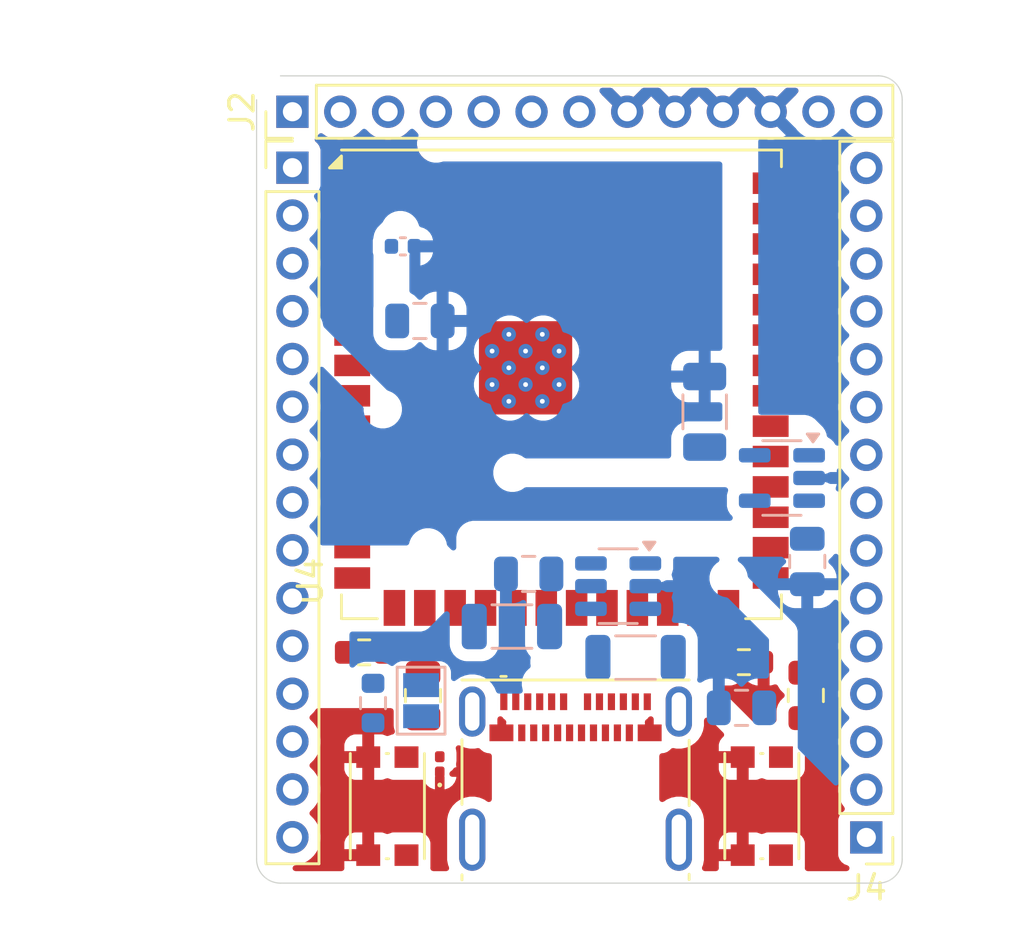
<source format=kicad_pcb>
(kicad_pcb (version 20241229) (generator "pcbnew") (generator_version "9.0")
  (layers (0 "F.Cu" signal) (2 "B.Cu" signal) (13 "F.Paste" user) (15 "B.Paste" user) (5 "F.SilkS" user "F.Silkscreen") (7 "B.SilkS" user "B.Silkscreen") (1 "F.Mask" user) (3 "B.Mask" user) (25 "Edge.Cuts" user))
  (net 0 "")
  (net 1 "+5V")
  (net 2 "GND")
  (net 3 "/en")
  (net 4 "/boot")
  (net 5 "VBUS")
  (net 6 "Net-(J1-SHIELD)")
  (net 7 "+3V3")
  (net 10 "Net-(D2-A)")
  (net 11 "/D-")
  (net 13 "Net-(J1-CC1)")
  (net 14 "/D+")
  (net 15 "Net-(J1-CC2)")
  (net 18 "/GPIO6")
  (net 19 "/GPIO13")
  (net 20 "/GPIO8")
  (net 21 "/GPIO7")
  (net 22 "/GPIO15")
  (net 23 "/GPIO0")
  (net 24 "/GPIO4")
  (net 25 "/GPIO9")
  (net 26 "/GPIO3")
  (net 27 "/GPIO2")
  (net 28 "/GPIO5")
  (net 29 "/GPIO1")
  (net 30 "/GPIO11")
  (net 31 "/GPIO12")
  (net 32 "/GPIO14")
  (net 33 "/GPIO16")
  (net 34 "/GPIO28")
  (net 35 "/GPIO24")
  (net 36 "/GPIO20")
  (net 37 "/GPIO26")
  (net 38 "/GPIO29")
  (net 39 "/GPIO27")
  (net 40 "/GPIO30")
  (net 41 "/GPIO25")
  (net 42 "/GPIO18")
  (net 43 "/GPIO17")
  (net 44 "/GPIO22")
  (net 45 "/GPIO23")
  (net 46 "/GPIO19")
  (net 47 "/GPIO21")
  (net 48 "Net-(JP1-A)")
  (net 49 "/USB_D-")
  (net 50 "/USB_D+")
  (footprint "Capacitor_SMD:C_0805_2012Metric" (layer "F.Cu") (at 95.69 46.18 90)
    (property "Reference" "C2" (hide yes))
    (property "Value" "0.1u" (hide yes))
    (fp_line (start -0.261253 -0.735) (end 0.261253 -0.735) (stroke (width 0.12)) (layer "F.SilkS"))
    (fp_line (start -0.261253 0.735) (end 0.261253 0.735) (stroke (width 0.12)) (layer "F.SilkS"))
    (pad "1" smd roundrect (at -0.949999 0 90) (size 1 1.45) (layers "F.Cu" "F.Mask" "F.Paste") (net 3 "/en"))
    (pad "2" smd roundrect (at 0.949999 0 90) (size 1 1.45) (layers "F.Cu" "F.Mask" "F.Paste") (net 2 "GND"))
  )
  (footprint "Button_Switch_SMD:SW_Push_1P1T_NO_CK_KMR2" (layer "F.Cu") (at 93.85 50.81 90)
    (property "Reference" "SW1" (hide yes))
    (property "Value" "SW_Push" (hide yes))
    (fp_line (start 2.199999 -1.55) (end -2.199999 -1.55) (stroke (width 0.12)) (layer "F.SilkS"))
    (fp_line (start 2.2 0.05) (end 2.2 -0.05) (stroke (width 0.12)) (layer "F.SilkS"))
    (fp_line (start -2.2 0.05) (end -2.2 -0.05) (stroke (width 0.12)) (layer "F.SilkS"))
    (fp_line (start -2.199999 1.55) (end 2.199999 1.55) (stroke (width 0.12)) (layer "F.SilkS"))
    (pad "1" smd rect (at -2.049999 -0.8 90) (size 0.9 1) (layers "F.Cu" "F.Mask" "F.Paste") (net 2 "GND"))
    (pad "1" smd rect (at 2.049999 -0.8 90) (size 0.9 1) (layers "F.Cu" "F.Mask" "F.Paste") (net 2 "GND"))
    (pad "2" smd rect (at -2.049999 0.8 90) (size 0.9 1) (layers "F.Cu" "F.Mask" "F.Paste") (net 3 "/en"))
    (pad "2" smd rect (at 2.049999 0.8 90) (size 0.9 1) (layers "F.Cu" "F.Mask" "F.Paste") (net 3 "/en"))
  )
  (footprint "Resistor_SMD:R_0603_1608Metric" (layer "F.Cu") (at 93.1 44.79)
    (property "Reference" "R2" (hide yes))
    (property "Value" "5.1k" (hide yes))
    (fp_line (start -0.237258 -0.5225) (end 0.237258 -0.5225) (stroke (width 0.12)) (layer "F.SilkS"))
    (fp_line (start -0.237258 0.5225) (end 0.237258 0.5225) (stroke (width 0.12)) (layer "F.SilkS"))
    (pad "1" smd roundrect (at -0.825 0) (size 0.8 0.95) (layers "F.Cu" "F.Mask" "F.Paste") (net 15 "Net-(J1-CC2)"))
    (pad "2" smd roundrect (at 0.825 0) (size 0.8 0.95) (layers "F.Cu" "F.Mask" "F.Paste") (net 2 "GND"))
  )
  (footprint "Capacitor_SMD:C_0805_2012Metric" (layer "F.Cu") (at 79.68 46.190001 90)
    (property "Reference" "C3" (hide yes))
    (property "Value" "0.1u" (hide yes))
    (fp_line (start -0.261253 -0.735) (end 0.261253 -0.735) (stroke (width 0.12)) (layer "F.SilkS"))
    (fp_line (start -0.261253 0.735) (end 0.261253 0.735) (stroke (width 0.12)) (layer "F.SilkS"))
    (pad "1" smd roundrect (at -0.949999 0 90) (size 1 1.45) (layers "F.Cu" "F.Mask" "F.Paste") (net 4 "/boot"))
    (pad "2" smd roundrect (at 0.949999 0 90) (size 1 1.45) (layers "F.Cu" "F.Mask" "F.Paste") (net 2 "GND"))
  )
  (footprint "Connector_PinHeader_2.00mm:PinHeader_1x13_P2.00mm_Vertical" (layer "F.Cu") (at 74.22 21.77 90)
    (property "Reference" "J2" (at 0 -2.11 90) (layer "F.SilkS"))
    (property "Value" "Conn_01x13")
    (fp_line (start -1.11 -1.11) (end 0 -1.11) (stroke (width 0.12)) (layer "F.SilkS"))
    (fp_line (start -1.11 0) (end -1.11 -1.11) (stroke (width 0.12)) (layer "F.SilkS"))
    (fp_line (start 1.11 1) (end 1.11 25.11) (stroke (width 0.12)) (layer "F.SilkS"))
    (fp_line (start -1.11 1) (end 1.11 1) (stroke (width 0.12)) (layer "F.SilkS"))
    (fp_line (start -1.11 1) (end -1.11 25.11) (stroke (width 0.12)) (layer "F.SilkS"))
    (fp_line (start -1.11 25.11) (end 1.11 25.11) (stroke (width 0.12)) (layer "F.SilkS"))
    (pad "1" thru_hole rect (at 0 0 90) (size 1.35 1.35) (drill 0.8) (layers "*.Cu" "*.Mask") (net 1 "+5V"))
    (pad "2" thru_hole circle (at 0 2 90) (size 1.35 1.35) (drill 0.8) (layers "*.Cu" "*.Mask") (net 1 "+5V"))
    (pad "3" thru_hole circle (at 0 4 90) (size 1.35 1.35) (drill 0.8) (layers "*.Cu" "*.Mask") (net 1 "+5V"))
    (pad "4" thru_hole circle (at 0 6 90) (size 1.35 1.35) (drill 0.8) (layers "*.Cu" "*.Mask") (net 1 "+5V"))
    (pad "5" thru_hole circle (at 0 8 90) (size 1.35 1.35) (drill 0.8) (layers "*.Cu" "*.Mask") (net 1 "+5V"))
    (pad "6" thru_hole circle (at 0 10 90) (size 1.35 1.35) (drill 0.8) (layers "*.Cu" "*.Mask") (net 7 "+3V3"))
    (pad "7" thru_hole circle (at 0 12 90) (size 1.35 1.35) (drill 0.8) (layers "*.Cu" "*.Mask") (net 7 "+3V3"))
    (pad "8" thru_hole circle (at 0 14 90) (size 1.35 1.35) (drill 0.8) (layers "*.Cu" "*.Mask") (net 7 "+3V3"))
    (pad "9" thru_hole circle (at 0 16 90) (size 1.35 1.35) (drill 0.8) (layers "*.Cu" "*.Mask") (net 7 "+3V3"))
    (pad "10" thru_hole circle (at 0 18 90) (size 1.35 1.35) (drill 0.8) (layers "*.Cu" "*.Mask") (net 2 "GND"))
    (pad "11" thru_hole circle (at 0 20 90) (size 1.35 1.35) (drill 0.8) (layers "*.Cu" "*.Mask") (net 2 "GND"))
    (pad "12" thru_hole circle (at 0 22 90) (size 1.35 1.35) (drill 0.8) (layers "*.Cu" "*.Mask") (net 2 "GND"))
    (pad "13" thru_hole circle (at 0 24 90) (size 1.35 1.35) (drill 0.8) (layers "*.Cu" "*.Mask") (net 2 "GND"))
  )
  (footprint "Connector_PinHeader_2.00mm:PinHeader_1x15_P2.00mm_Vertical" (layer "F.Cu") (at 98.22 52.12 180)
    (property "Reference" "J4" (at 0 -2.11 0) (layer "F.SilkS"))
    (property "Value" "Conn_01x15" (hide yes))
    (fp_line (start 1.11 1) (end 1.11 29.11) (stroke (width 0.12)) (layer "F.SilkS"))
    (fp_line (start -1.11 29.11) (end 1.11 29.11) (stroke (width 0.12)) (layer "F.SilkS"))
    (fp_line (start -1.11 1) (end 1.11 1) (stroke (width 0.12)) (layer "F.SilkS"))
    (fp_line (start -1.11 1) (end -1.11 29.11) (stroke (width 0.12)) (layer "F.SilkS"))
    (fp_line (start -1.11 0) (end -1.11 -1.11) (stroke (width 0.12)) (layer "F.SilkS"))
    (fp_line (start -1.11 -1.11) (end 0 -1.11) (stroke (width 0.12)) (layer "F.SilkS"))
    (pad "1" thru_hole rect (at 0 0 180) (size 1.35 1.35) (drill 0.8) (layers "*.Cu" "*.Mask") (net 33 "/GPIO16"))
    (pad "2" thru_hole circle (at 0 2 180) (size 1.35 1.35) (drill 0.8) (layers "*.Cu" "*.Mask") (net 43 "/GPIO17"))
    (pad "3" thru_hole circle (at 0 4 180) (size 1.35 1.35) (drill 0.8) (layers "*.Cu" "*.Mask") (net 42 "/GPIO18"))
    (pad "4" thru_hole circle (at 0 6 180) (size 1.35 1.35) (drill 0.8) (layers "*.Cu" "*.Mask") (net 46 "/GPIO19"))
    (pad "5" thru_hole circle (at 0 8 180) (size 1.35 1.35) (drill 0.8) (layers "*.Cu" "*.Mask") (net 36 "/GPIO20"))
    (pad "6" thru_hole circle (at 0 10 180) (size 1.35 1.35) (drill 0.8) (layers "*.Cu" "*.Mask") (net 47 "/GPIO21"))
    (pad "7" thru_hole circle (at 0 12 180) (size 1.35 1.35) (drill 0.8) (layers "*.Cu" "*.Mask") (net 44 "/GPIO22"))
    (pad "8" thru_hole circle (at 0 14 180) (size 1.35 1.35) (drill 0.8) (layers "*.Cu" "*.Mask") (net 45 "/GPIO23"))
    (pad "9" thru_hole circle (at 0 16 180) (size 1.35 1.35) (drill 0.8) (layers "*.Cu" "*.Mask") (net 35 "/GPIO24"))
    (pad "10" thru_hole circle (at 0 18 180) (size 1.35 1.35) (drill 0.8) (layers "*.Cu" "*.Mask") (net 41 "/GPIO25"))
    (pad "11" thru_hole circle (at 0 20 180) (size 1.35 1.35) (drill 0.8) (layers "*.Cu" "*.Mask") (net 37 "/GPIO26"))
    (pad "12" thru_hole circle (at 0 22 180) (size 1.35 1.35) (drill 0.8) (layers "*.Cu" "*.Mask") (net 39 "/GPIO27"))
    (pad "13" thru_hole circle (at 0 24 180) (size 1.35 1.35) (drill 0.8) (layers "*.Cu" "*.Mask") (net 34 "/GPIO28"))
    (pad "14" thru_hole circle (at 0 26 180) (size 1.35 1.35) (drill 0.8) (layers "*.Cu" "*.Mask") (net 38 "/GPIO29"))
    (pad "15" thru_hole circle (at 0 28 180) (size 1.35 1.35) (drill 0.8) (layers "*.Cu" "*.Mask") (net 40 "/GPIO30"))
  )
  (footprint "Resistor_SMD:R_0603_1608Metric" (layer "F.Cu") (at 77.22 44.38 180)
    (property "Reference" "R3" (hide yes))
    (property "Value" "5.1k" (hide yes))
    (fp_line (start -0.237258 0.5225) (end 0.237258 0.5225) (stroke (width 0.12)) (layer "F.SilkS"))
    (fp_line (start -0.237258 -0.5225) (end 0.237258 -0.5225) (stroke (width 0.12)) (layer "F.SilkS"))
    (pad "1" smd roundrect (at -0.825 0 180) (size 0.8 0.95) (layers "F.Cu" "F.Mask" "F.Paste") (net 13 "Net-(J1-CC1)"))
    (pad "2" smd roundrect (at 0.825 0 180) (size 0.8 0.95) (layers "F.Cu" "F.Mask" "F.Paste") (net 2 "GND"))
  )
  (footprint "Connector_USB:USB_C_Receptacle_Molex_105450-0101" (layer "F.Cu") (at 86.06 49.66)
    (property "Reference" "J1" (hide yes))
    (property "Value" "USB_C_Receptacle_USB2.0_16P")
    (fp_line (start -4.75 -4.125) (end 4.75 -4.125) (stroke (width 0.12)) (layer "F.SilkS"))
    (fp_line (start -4.75 -1.625) (end -4.75 1.075) (stroke (width 0.12)) (layer "F.SilkS"))
    (fp_line (start -4.75 4.235) (end -4.75 4.025) (stroke (width 0.12)) (layer "F.SilkS"))
    (fp_line (start -3.125 -4.275) (end -2.9 -4.275) (stroke (width 0.12)) (layer "F.SilkS"))
    (fp_line (start 4.75 1.125) (end 4.75 -1.6) (stroke (width 0.12)) (layer "F.SilkS"))
    (fp_line (start 4.75 4.225) (end 4.75 4) (stroke (width 0.12)) (layer "F.SilkS"))
    (pad "A1" smd rect (at -3 -3.215) (size 0.3 0.7) (layers "F.Cu" "F.Mask" "F.Paste") (net 2 "GND"))
    (pad "A2" smd rect (at -2.5 -3.215) (size 0.3 0.7) (layers "F.Cu" "F.Mask" "F.Paste"))
    (pad "A3" smd rect (at -2 -3.215) (size 0.3 0.7) (layers "F.Cu" "F.Mask" "F.Paste"))
    (pad "A4" smd rect (at -1.5 -3.215) (size 0.3 0.7) (layers "F.Cu" "F.Mask" "F.Paste") (net 5 "VBUS"))
    (pad "A5" smd rect (at -1 -3.215) (size 0.3 0.7) (layers "F.Cu" "F.Mask" "F.Paste") (net 13 "Net-(J1-CC1)"))
    (pad "A6" smd rect (at -0.5 -3.215) (size 0.3 0.7) (layers "F.Cu" "F.Mask" "F.Paste") (net 14 "/D+"))
    (pad "A7" smd rect (at 0.5 -3.215) (size 0.3 0.7) (layers "F.Cu" "F.Mask" "F.Paste") (net 11 "/D-"))
    (pad "A8" smd rect (at 1 -3.215) (size 0.3 0.7) (layers "F.Cu" "F.Mask" "F.Paste"))
    (pad "A9" smd rect (at 1.5 -3.215) (size 0.3 0.7) (layers "F.Cu" "F.Mask" "F.Paste") (net 5 "VBUS"))
    (pad "A10" smd rect (at 2 -3.215) (size 0.3 0.7) (layers "F.Cu" "F.Mask" "F.Paste"))
    (pad "A11" smd rect (at 2.5 -3.215) (size 0.3 0.7) (layers "F.Cu" "F.Mask" "F.Paste"))
    (pad "A12" smd rect (at 3 -3.215) (size 0.3 0.7) (layers "F.Cu" "F.Mask" "F.Paste") (net 2 "GND"))
    (pad "B1" smd rect (at 3.1 -1.915) (size 1 0.7) (layers "F.Cu" "F.Mask" "F.Paste") (net 2 "GND"))
    (pad "B2" smd rect (at 2.25 -1.915) (size 0.3 0.7) (layers "F.Cu" "F.Mask" "F.Paste"))
    (pad "B3" smd rect (at 1.75 -1.915) (size 0.3 0.7) (layers "F.Cu" "F.Mask" "F.Paste"))
    (pad "B4" smd rect (at 1.25 -1.915) (size 0.3 0.7) (layers "F.Cu" "F.Mask" "F.Paste") (net 5 "VBUS"))
    (pad "B5" smd rect (at 0.75 -1.915) (size 0.3 0.7) (layers "F.Cu" "F.Mask" "F.Paste") (net 15 "Net-(J1-CC2)"))
    (pad "B6" smd rect (at 0.25 -1.915) (size 0.3 0.7) (layers "F.Cu" "F.Mask" "F.Paste") (net 14 "/D+"))
    (pad "B7" smd rect (at -0.25 -1.915) (size 0.3 0.7) (layers "F.Cu" "F.Mask" "F.Paste") (net 11 "/D-"))
    (pad "B8" smd rect (at -0.75 -1.915) (size 0.3 0.7) (layers "F.Cu" "F.Mask" "F.Paste"))
    (pad "B9" smd rect (at -1.25 -1.915) (size 0.3 0.7) (layers "F.Cu" "F.Mask" "F.Paste") (net 5 "VBUS"))
    (pad "B10" smd rect (at -1.75 -1.915) (size 0.3 0.7) (layers "F.Cu" "F.Mask" "F.Paste"))
    (pad "B11" smd rect (at -2.25 -1.915) (size 0.3 0.7) (layers "F.Cu" "F.Mask" "F.Paste"))
    (pad "B12" smd rect (at -3.1 -1.915) (size 1 0.7) (layers "F.Cu" "F.Mask" "F.Paste") (net 2 "GND"))
    (pad "S1" thru_hole oval (at -4.32 -2.805) (size 1.1 2.1) (drill oval 0.6 1.6) (property pad_prop_heatsink) (layers "*.Cu" "*.Mask") (net 6 "Net-(J1-SHIELD)"))
    (pad "S1" thru_hole oval (at -4.32 2.555) (size 1.1 2.6) (drill oval 0.6 2.1) (property pad_prop_heatsink) (layers "*.Cu" "*.Mask") (net 6 "Net-(J1-SHIELD)"))
    (pad "S1" thru_hole oval (at 4.32 -2.805) (size 1.1 2.1) (drill oval 0.6 1.6) (property pad_prop_heatsink) (layers "*.Cu" "*.Mask") (net 6 "Net-(J1-SHIELD)"))
    (pad "S1" thru_hole oval (at 4.32 2.555) (size 1.1 2.6) (drill oval 0.6 2.1) (property pad_prop_heatsink) (layers "*.Cu" "*.Mask") (net 6 "Net-(J1-SHIELD)"))
    (zone (net 0) (net_name "") (layers "F.Cu" "Dwgs.User") (connect_pads (clearance 0)) (min_thickness 0.254)
      (keepout (tracks not_allowed) (vias not_allowed) (pads not_allowed) (copperpour not_allowed) (footprints not_allowed))
      (fill (thermal_gap 0.508) (thermal_bridge_width 0.508))
      (polygon (pts (xy 89.56 53.985) (xy 82.56 53.985) (xy 82.56 48.355) (xy 89.56 48.355)))
    )
  )
  (footprint "LED_SMD:LED_0201_0603Metric" (layer "F.Cu") (at 80.38 49.065 90)
    (property "Reference" "D2" (hide yes))
    (property "Value" "LED" (hide yes))
    (fp_circle (center -0.86 0) (end -0.809999 0) (stroke (width 0.1)) (fill no) (layer "F.SilkS"))
    (pad "1" smd roundrect (at -0.32 0 90) (size 0.46 0.4) (layers "F.Cu" "F.Mask") (net 2 "GND"))
    (pad "2" smd roundrect (at 0.32 0 90) (size 0.46 0.4) (layers "F.Cu" "F.Mask") (net 10 "Net-(D2-A)"))
  )
  (footprint "Connector_PinHeader_2.00mm:PinHeader_1x15_P2.00mm_Vertical" (layer "F.Cu") (at 74.22 24.11)
    (property "Reference" "J3" (hide yes))
    (property "Value" "Conn_01x15")
    (fp_line (start -1.11 -1.11) (end 0 -1.11) (stroke (width 0.12)) (layer "F.SilkS"))
    (fp_line (start -1.11 0) (end -1.11 -1.11) (stroke (width 0.12)) (layer "F.SilkS"))
    (fp_line (start -1.11 1) (end -1.11 29.11) (stroke (width 0.12)) (layer "F.SilkS"))
    (fp_line (start -1.11 1) (end 1.11 1) (stroke (width 0.12)) (layer "F.SilkS"))
    (fp_line (start -1.11 29.11) (end 1.11 29.11) (stroke (width 0.12)) (layer "F.SilkS"))
    (fp_line (start 1.11 1) (end 1.11 29.11) (stroke (width 0.12)) (layer "F.SilkS"))
    (pad "1" thru_hole rect (at 0 0) (size 1.35 1.35) (drill 0.8) (layers "*.Cu" "*.Mask") (net 23 "/GPIO0"))
    (pad "2" thru_hole circle (at 0 2) (size 1.35 1.35) (drill 0.8) (layers "*.Cu" "*.Mask") (net 29 "/GPIO1"))
    (pad "3" thru_hole circle (at 0 4) (size 1.35 1.35) (drill 0.8) (layers "*.Cu" "*.Mask") (net 27 "/GPIO2"))
    (pad "4" thru_hole circle (at 0 6) (size 1.35 1.35) (drill 0.8) (layers "*.Cu" "*.Mask") (net 26 "/GPIO3"))
    (pad "5" thru_hole circle (at 0 8) (size 1.35 1.35) (drill 0.8) (layers "*.Cu" "*.Mask") (net 24 "/GPIO4"))
    (pad "6" thru_hole circle (at 0 10) (size 1.35 1.35) (drill 0.8) (layers "*.Cu" "*.Mask") (net 28 "/GPIO5"))
    (pad "7" thru_hole circle (at 0 12) (size 1.35 1.35) (drill 0.8) (layers "*.Cu" "*.Mask") (net 18 "/GPIO6"))
    (pad "8" thru_hole circle (at 0 14) (size 1.35 1.35) (drill 0.8) (layers "*.Cu" "*.Mask") (net 21 "/GPIO7"))
    (pad "9" thru_hole circle (at 0 16) (size 1.35 1.35) (drill 0.8) (layers "*.Cu" "*.Mask") (net 20 "/GPIO8"))
    (pad "10" thru_hole circle (at 0 18) (size 1.35 1.35) (drill 0.8) (layers "*.Cu" "*.Mask") (net 25 "/GPIO9"))
    (pad "11" thru_hole circle (at 0 20) (size 1.35 1.35) (drill 0.8) (layers "*.Cu" "*.Mask") (net 30 "/GPIO11"))
    (pad "12" thru_hole circle (at 0 22) (size 1.35 1.35) (drill 0.8) (layers "*.Cu" "*.Mask") (net 31 "/GPIO12"))
    (pad "13" thru_hole circle (at 0 24) (size 1.35 1.35) (drill 0.8) (layers "*.Cu" "*.Mask") (net 19 "/GPIO13"))
    (pad "14" thru_hole circle (at 0 26) (size 1.35 1.35) (drill 0.8) (layers "*.Cu" "*.Mask") (net 32 "/GPIO14"))
    (pad "15" thru_hole circle (at 0 28) (size 1.35 1.35) (drill 0.8) (layers "*.Cu" "*.Mask") (net 22 "/GPIO15"))
  )
  (footprint "RF_Module:ESP32-S3-WROOM-1U" (layer "F.Cu") (at 85.47 33.17)
    (property "Reference" "U4" (at -10.5 8.25 90) (layer "F.SilkS"))
    (property "Value" "ESP32-S3-WROOM-2")
    (fp_line (start -9.2 -9.8) (end 9.2 -9.8) (stroke (width 0.12)) (layer "F.SilkS"))
    (fp_line (start -9.2 8.8) (end -9.2 9.8) (stroke (width 0.12)) (layer "F.SilkS"))
    (fp_line (start -9.2 9.8) (end -7.7 9.8) (stroke (width 0.12)) (layer "F.SilkS"))
    (fp_line (start 9.2 -9.8) (end 9.2 -9.1) (stroke (width 0.12)) (layer "F.SilkS"))
    (fp_line (start 9.2 9.8) (end 7.7 9.8) (stroke (width 0.12)) (layer "F.SilkS"))
    (fp_line (start 9.2 9.8) (end 9.2 8.8) (stroke (width 0.12)) (layer "F.SilkS"))
    (fp_poly (pts (xy -9.2 -9.05) (xy -9.7 -9.05) (xy -9.2 -9.55) (xy -9.2 -9.05)) (stroke (width 0.12)) (fill yes) (layer "F.SilkS"))
    (pad "1" smd rect (at -8.75 -8.41) (size 1.5 0.9) (layers "F.Cu" "F.Mask" "F.Paste") (net 2 "GND"))
    (pad "2" smd rect (at -8.75 -7.14) (size 1.5 0.9) (layers "F.Cu" "F.Mask" "F.Paste") (net 7 "+3V3"))
    (pad "3" smd rect (at -8.75 -5.87) (size 1.5 0.9) (layers "F.Cu" "F.Mask" "F.Paste") (net 3 "/en"))
    (pad "4" smd rect (at -8.75 -4.6) (size 1.5 0.9) (layers "F.Cu" "F.Mask" "F.Paste") (net 26 "/GPIO3"))
    (pad "5" smd rect (at -8.75 -3.33) (size 1.5 0.9) (layers "F.Cu" "F.Mask" "F.Paste") (net 24 "/GPIO4"))
    (pad "6" smd rect (at -8.75 -2.06) (size 1.5 0.9) (layers "F.Cu" "F.Mask" "F.Paste") (net 28 "/GPIO5"))
    (pad "7" smd rect (at -8.75 -0.79) (size 1.5 0.9) (layers "F.Cu" "F.Mask" "F.Paste") (net 18 "/GPIO6"))
    (pad "8" smd rect (at -8.75 0.48) (size 1.5 0.9) (layers "F.Cu" "F.Mask" "F.Paste") (net 22 "/GPIO15"))
    (pad "9" smd rect (at -8.75 1.75) (size 1.5 0.9) (layers "F.Cu" "F.Mask" "F.Paste") (net 33 "/GPIO16"))
    (pad "10" smd rect (at -8.75 3.02) (size 1.5 0.9) (layers "F.Cu" "F.Mask" "F.Paste") (net 43 "/GPIO17"))
    (pad "11" smd rect (at -8.75 4.29) (size 1.5 0.9) (layers "F.Cu" "F.Mask" "F.Paste") (net 42 "/GPIO18"))
    (pad "12" smd rect (at -8.75 5.56) (size 1.5 0.9) (layers "F.Cu" "F.Mask" "F.Paste") (net 21 "/GPIO7"))
    (pad "13" smd rect (at -8.75 6.83) (size 1.5 0.9) (layers "F.Cu" "F.Mask" "F.Paste") (net 49 "/USB_D-"))
    (pad "14" smd rect (at -8.75 8.1 180) (size 1.5 0.9) (layers "F.Cu" "F.Mask" "F.Paste") (net 50 "/USB_D+"))
    (pad "15" smd rect (at -6.985 9.35 270) (size 1.5 0.9) (layers "F.Cu" "F.Mask" "F.Paste") (net 27 "/GPIO2"))
    (pad "16" smd rect (at -5.715 9.35 270) (size 1.5 0.9) (layers "F.Cu" "F.Mask" "F.Paste") (net 34 "/GPIO28"))
    (pad "17" smd rect (at -4.445 9.35 270) (size 1.5 0.9) (layers "F.Cu" "F.Mask" "F.Paste") (net 20 "/GPIO8"))
    (pad "18" smd rect (at -3.175 9.35 270) (size 1.5 0.9) (layers "F.Cu" "F.Mask" "F.Paste") (net 25 "/GPIO9"))
    (pad "19" smd rect (at -1.905 9.35 270) (size 1.5 0.9) (layers "F.Cu" "F.Mask" "F.Paste") (net 30 "/GPIO11"))
    (pad "20" smd rect (at -0.635 9.35 270) (size 1.5 0.9) (layers "F.Cu" "F.Mask" "F.Paste") (net 31 "/GPIO12"))
    (pad "21" smd rect (at 0.635 9.35 270) (size 1.5 0.9) (layers "F.Cu" "F.Mask" "F.Paste") (net 19 "/GPIO13"))
    (pad "22" smd rect (at 1.905 9.35 270) (size 1.5 0.9) (layers "F.Cu" "F.Mask" "F.Paste") (net 32 "/GPIO14"))
    (pad "23" smd rect (at 3.175 9.35 270) (size 1.5 0.9) (layers "F.Cu" "F.Mask" "F.Paste") (net 46 "/GPIO19"))
    (pad "24" smd rect (at 4.445 9.35 270) (size 1.5 0.9) (layers "F.Cu" "F.Mask" "F.Paste") (net 38 "/GPIO29"))
    (pad "25" smd rect (at 5.715 9.35 270) (size 1.5 0.9) (layers "F.Cu" "F.Mask" "F.Paste") (net 40 "/GPIO30"))
    (pad "26" smd rect (at 6.985 9.35 270) (size 1.5 0.9) (layers "F.Cu" "F.Mask" "F.Paste") (net 39 "/GPIO27"))
    (pad "27" smd rect (at 8.75 8.1) (size 1.5 0.9) (layers "F.Cu" "F.Mask" "F.Paste") (net 4 "/boot"))
    (pad "28" smd rect (at 8.75 6.83) (size 1.5 0.9) (layers "F.Cu" "F.Mask" "F.Paste"))
    (pad "29" smd rect (at 8.75 5.56) (size 1.5 0.9) (layers "F.Cu" "F.Mask" "F.Paste"))
    (pad "30" smd rect (at 8.75 4.29) (size 1.5 0.9) (layers "F.Cu" "F.Mask" "F.Paste"))
    (pad "31" smd rect (at 8.75 3.02) (size 1.5 0.9) (layers "F.Cu" "F.Mask" "F.Paste") (net 36 "/GPIO20"))
    (pad "32" smd rect (at 8.75 1.75) (size 1.5 0.9) (layers "F.Cu" "F.Mask" "F.Paste") (net 47 "/GPIO21"))
    (pad "33" smd rect (at 8.75 0.48) (size 1.5 0.9) (layers "F.Cu" "F.Mask" "F.Paste") (net 44 "/GPIO22"))
    (pad "34" smd rect (at 8.75 -0.79) (size 1.5 0.9) (layers "F.Cu" "F.Mask" "F.Paste") (net 45 "/GPIO23"))
    (pad "35" smd rect (at 8.75 -2.06) (size 1.5 0.9) (layers "F.Cu" "F.Mask" "F.Paste") (net 35 "/GPIO24"))
    (pad "36" smd rect (at 8.75 -3.33) (size 1.5 0.9) (layers "F.Cu" "F.Mask" "F.Paste") (net 37 "/GPIO26"))
    (pad "37" smd rect (at 8.75 -4.6) (size 1.5 0.9) (layers "F.Cu" "F.Mask" "F.Paste") (net 41 "/GPIO25"))
    (pad "38" smd rect (at 8.75 -5.87) (size 1.5 0.9) (layers "F.Cu" "F.Mask" "F.Paste") (net 29 "/GPIO1"))
    (pad "39" smd rect (at 8.75 -7.14) (size 1.5 0.9) (layers "F.Cu" "F.Mask" "F.Paste") (net 23 "/GPIO0"))
    (pad "40" smd rect (at 8.75 -8.41) (size 1.5 0.9) (layers "F.Cu" "F.Mask" "F.Paste") (net 2 "GND"))
    (pad "41" thru_hole circle (at -2.9 -1.39) (size 0.6 0.6) (drill 0.2) (property pad_prop_heatsink) (layers "*.Cu" "F.Mask") (net 2 "GND"))
    (pad "41" thru_hole circle (at -2.9 0.01) (size 0.6 0.6) (drill 0.2) (property pad_prop_heatsink) (layers "*.Cu" "F.Mask") (net 2 "GND"))
    (pad "41" thru_hole circle (at -2.2 -2.09) (size 0.6 0.6) (drill 0.2) (property pad_prop_heatsink) (layers "*.Cu" "F.Mask") (net 2 "GND"))
    (pad "41" thru_hole circle (at -2.2 -0.69) (size 0.6 0.6) (drill 0.2) (property pad_prop_heatsink) (layers "*.Cu" "F.Mask") (net 2 "GND"))
    (pad "41" thru_hole circle (at -2.2 0.71) (size 0.6 0.6) (drill 0.2) (property pad_prop_heatsink) (layers "*.Cu" "F.Mask") (net 2 "GND"))
    (pad "41" thru_hole circle (at -1.5 -1.39) (size 0.6 0.6) (drill 0.2) (property pad_prop_heatsink) (layers "*.Cu" "F.Mask") (net 2 "GND"))
    (pad "41" smd rect (at -1.5 -0.69) (size 3.9 3.9) (property pad_prop_heatsink) (layers "F.Cu" "F.Mask") (net 2 "GND"))
    (pad "41" thru_hole circle (at -1.5 0.01) (size 0.6 0.6) (drill 0.2) (property pad_prop_heatsink) (layers "*.Cu" "F.Mask") (net 2 "GND"))
    (pad "41" thru_hole circle (at -0.8 -2.09) (size 0.6 0.6) (drill 0.2) (property pad_prop_heatsink) (layers "*.Cu" "F.Mask") (net 2 "GND"))
    (pad "41" thru_hole circle (at -0.8 -0.69) (size 0.6 0.6) (drill 0.2) (property pad_prop_heatsink) (layers "*.Cu" "F.Mask") (net 2 "GND"))
    (pad "41" thru_hole circle (at -0.8 0.71) (size 0.6 0.6) (drill 0.2) (property pad_prop_heatsink) (layers "*.Cu" "F.Mask") (net 2 "GND"))
    (pad "41" thru_hole circle (at -0.1 -1.39) (size 0.6 0.6) (drill 0.2) (property pad_prop_heatsink) (layers "*.Cu" "F.Mask") (net 2 "GND"))
    (pad "41" thru_hole circle (at -0.1 0.01) (size 0.6 0.6) (drill 0.2) (property pad_prop_heatsink) (layers "*.Cu" "F.Mask") (net 2 "GND"))
  )
  (footprint "Button_Switch_SMD:SW_Push_1P1T_NO_CK_KMR2" (layer "F.Cu") (at 78.19 50.810001 90)
    (property "Reference" "SW2" (hide yes))
    (property "Value" "SW_Push" (hide yes))
    (fp_line (start 2.199999 -1.55) (end -2.199999 -1.55) (stroke (width 0.12)) (layer "F.SilkS"))
    (fp_line (start 2.2 0.05) (end 2.2 -0.05) (stroke (width 0.12)) (layer "F.SilkS"))
    (fp_line (start -2.2 0.05) (end -2.2 -0.05) (stroke (width 0.12)) (layer "F.SilkS"))
    (fp_line (start -2.199999 1.55) (end 2.199999 1.55) (stroke (width 0.12)) (layer "F.SilkS"))
    (pad "1" smd rect (at -2.049999 -0.8 90) (size 0.9 1) (layers "F.Cu" "F.Mask" "F.Paste") (net 2 "GND"))
    (pad "1" smd rect (at 2.049999 -0.8 90) (size 0.9 1) (layers "F.Cu" "F.Mask" "F.Paste") (net 2 "GND"))
    (pad "2" smd rect (at -2.049999 0.8 90) (size 0.9 1) (layers "F.Cu" "F.Mask" "F.Paste") (net 4 "/boot"))
    (pad "2" smd rect (at 2.049999 0.8 90) (size 0.9 1) (layers "F.Cu" "F.Mask" "F.Paste") (net 4 "/boot"))
  )
  (footprint "Capacitor_SMD:C_0805_2012Metric" (layer "B.Cu") (at 95.75 40.58 -90)
    (property "Reference" "C6" (hide yes))
    (property "Value" "10u" (hide yes))
    (fp_line (start -0.261253 0.735) (end 0.261253 0.735) (stroke (width 0.12)) (layer "B.SilkS"))
    (fp_line (start -0.261253 -0.735) (end 0.261253 -0.735) (stroke (width 0.12)) (layer "B.SilkS"))
    (pad "1" smd roundrect (at -0.949999 0 270) (size 1 1.45) (layers "B.Cu" "B.Mask" "B.Paste") (net 1 "+5V"))
    (pad "2" smd roundrect (at 0.949999 0 270) (size 1 1.45) (layers "B.Cu" "B.Mask" "B.Paste") (net 2 "GND"))
  )
  (footprint "Capacitor_SMD:C_0805_2012Metric" (layer "B.Cu") (at 93 46.7 180)
    (property "Reference" "C5" (hide yes))
    (property "Value" "0.1u" (hide yes))
    (fp_line (start -0.261252 0.735) (end 0.261252 0.735) (stroke (width 0.12)) (layer "B.SilkS"))
    (fp_line (start -0.261252 -0.735) (end 0.261252 -0.735) (stroke (width 0.12)) (layer "B.SilkS"))
    (pad "1" smd roundrect (at -0.95 0 180) (size 1 1.45) (layers "B.Cu" "B.Mask" "B.Paste") (net 6 "Net-(J1-SHIELD)"))
    (pad "2" smd roundrect (at 0.95 0 180) (size 1 1.45) (layers "B.Cu" "B.Mask" "B.Paste") (net 2 "GND"))
  )
  (footprint "Capacitor_SMD:C_1206_3216Metric" (layer "B.Cu") (at 91.46 34.32 90)
    (property "Reference" "C7" (hide yes))
    (property "Value" "4.7u" (hide yes))
    (fp_line (start -0.711252 -0.91) (end 0.711252 -0.91) (stroke (width 0.12)) (layer "B.SilkS"))
    (fp_line (start -0.711252 0.91) (end 0.711252 0.91) (stroke (width 0.12)) (layer "B.SilkS"))
    (pad "1" smd roundrect (at -1.475001 0 90) (size 1.15 1.8) (layers "B.Cu" "B.Mask" "B.Paste") (roundrect_rratio 0.217391) (net 7 "+3V3"))
    (pad "2" smd roundrect (at 1.475001 0 90) (size 1.15 1.8) (layers "B.Cu" "B.Mask" "B.Paste") (roundrect_rratio 0.217391) (net 2 "GND"))
  )
  (footprint "Capacitor_SMD:C_0805_2012Metric" (layer "B.Cu") (at 79.55 30.52)
    (property "Reference" "C9" (hide yes))
    (property "Value" "0.1u" (hide yes))
    (fp_line (start -0.261253 -0.735) (end 0.261253 -0.735) (stroke (width 0.12)) (layer "B.SilkS"))
    (fp_line (start -0.261253 0.735) (end 0.261253 0.735) (stroke (width 0.12)) (layer "B.SilkS"))
    (pad "1" smd roundrect (at -0.949999 0) (size 1 1.45) (layers "B.Cu" "B.Mask" "B.Paste") (net 7 "+3V3"))
    (pad "2" smd roundrect (at 0.949999 0) (size 1 1.45) (layers "B.Cu" "B.Mask" "B.Paste") (net 2 "GND"))
  )
  (footprint "Package_TO_SOT_SMD:SOT-23-6" (layer "B.Cu") (at 87.841428 41.61 180)
    (property "Reference" "U2" (hide yes))
    (property "Value" "USBLC6-2SC6" (hide yes))
    (fp_line (start 0 1.56) (end 0.8 1.56) (stroke (width 0.12)) (layer "B.SilkS"))
    (fp_line (start 0 1.56) (end -0.8 1.56) (stroke (width 0.12)) (layer "B.SilkS"))
    (fp_line (start 0 -1.56) (end 0.8 -1.56) (stroke (width 0.12)) (layer "B.SilkS"))
    (fp_line (start 0 -1.56) (end -0.8 -1.56) (stroke (width 0.12)) (layer "B.SilkS"))
    (fp_poly (pts (xy -1.3 1.51) (xy -1.54 1.84) (xy -1.06 1.84)) (stroke (width 0.12)) (fill yes) (layer "B.SilkS"))
    (pad "1" smd roundrect (at -1.1375 0.95 180) (size 1.325 0.6) (layers "B.Cu" "B.Mask" "B.Paste") (net 49 "/USB_D-"))
    (pad "2" smd roundrect (at -1.1375 0 180) (size 1.325 0.6) (layers "B.Cu" "B.Mask" "B.Paste") (net 2 "GND"))
    (pad "3" smd roundrect (at -1.1375 -0.95 180) (size 1.325 0.6) (layers "B.Cu" "B.Mask" "B.Paste") (net 11 "/D-"))
    (pad "4" smd roundrect (at 1.1375 -0.95 180) (size 1.325 0.6) (layers "B.Cu" "B.Mask" "B.Paste") (net 14 "/D+"))
    (pad "5" smd roundrect (at 1.1375 0 180) (size 1.325 0.6) (layers "B.Cu" "B.Mask" "B.Paste") (net 5 "VBUS"))
    (pad "6" smd roundrect (at 1.1375 0.95 180) (size 1.325 0.6) (layers "B.Cu" "B.Mask" "B.Paste") (net 50 "/USB_D+"))
  )
  (footprint "Inductor_SMD:L_1206_3216Metric" (layer "B.Cu") (at 88.57 44.6)
    (property "Reference" "FB2" (hide yes))
    (property "Value" ">1A-" (hide yes))
    (fp_line (start -0.835242 -0.91) (end 0.835242 -0.91) (stroke (width 0.12)) (layer "B.SilkS"))
    (fp_line (start -0.835242 0.91) (end 0.835242 0.91) (stroke (width 0.12)) (layer "B.SilkS"))
    (pad "1" smd roundrect (at -1.575 0) (size 1.05 1.9) (layers "B.Cu" "B.Mask" "B.Paste") (roundrect_rratio 0.238095) (net 2 "GND"))
    (pad "2" smd roundrect (at 1.575 0) (size 1.05 1.9) (layers "B.Cu" "B.Mask" "B.Paste") (roundrect_rratio 0.238095) (net 6 "Net-(J1-SHIELD)"))
  )
  (footprint "Jumper:SolderJumper-2_P1.3mm_Open_Pad1.0x1.5mm" (layer "B.Cu") (at 79.6 46.399999 -90)
    (property "Reference" "JP1" (hide yes))
    (property "Value" "SolderJumper_2_Open" (hide yes))
    (fp_line (start -1.4 1) (end 1.4 1) (stroke (width 0.12)) (layer "B.SilkS"))
    (fp_line (start 1.4 1) (end 1.4 -1) (stroke (width 0.12)) (layer "B.SilkS"))
    (fp_line (start -1.4 -1) (end -1.4 1) (stroke (width 0.12)) (layer "B.SilkS"))
    (fp_line (start 1.4 -1) (end -1.4 -1) (stroke (width 0.12)) (layer "B.SilkS"))
    (pad "1" smd rect (at -0.649999 0 270) (size 1 1.5) (layers "B.Cu" "B.Mask") (net 48 "Net-(JP1-A)"))
    (pad "2" smd rect (at 0.649999 0 270) (size 1 1.5) (layers "B.Cu" "B.Mask") (net 7 "+3V3"))
  )
  (footprint "Capacitor_SMD:C_0402_1005Metric" (layer "B.Cu") (at 78.84 27.4)
    (property "Reference" "C8" (hide yes))
    (property "Value" "10u" (hide yes))
    (fp_line (start -0.107836 -0.36) (end 0.107836 -0.36) (stroke (width 0.12)) (layer "B.SilkS"))
    (fp_line (start -0.107836 0.36) (end 0.107836 0.36) (stroke (width 0.12)) (layer "B.SilkS"))
    (pad "1" smd roundrect (at -0.48 0) (size 0.56 0.62) (layers "B.Cu" "B.Mask" "B.Paste") (net 7 "+3V3"))
    (pad "2" smd roundrect (at 0.48 0) (size 0.56 0.62) (layers "B.Cu" "B.Mask" "B.Paste") (net 2 "GND"))
  )
  (footprint "Capacitor_SMD:C_0805_2012Metric" (layer "B.Cu") (at 84.098928 41.1 180)
    (property "Reference" "C4" (hide yes))
    (property "Value" "0.1u" (hide yes))
    (fp_line (start -0.261252 0.735) (end 0.261252 0.735) (stroke (width 0.12)) (layer "B.SilkS"))
    (fp_line (start -0.261252 -0.735) (end 0.261252 -0.735) (stroke (width 0.12)) (layer "B.SilkS"))
    (pad "1" smd roundrect (at -0.95 0 180) (size 1 1.45) (layers "B.Cu" "B.Mask" "B.Paste") (net 5 "VBUS"))
    (pad "2" smd roundrect (at 0.95 0 180) (size 1 1.45) (layers "B.Cu" "B.Mask" "B.Paste") (net 2 "GND"))
  )
  (footprint "Resistor_SMD:R_0603_1608Metric" (layer "B.Cu") (at 77.59 46.5 -90)
    (property "Reference" "R4" (hide yes))
    (property "Value" "100r" (hide yes))
    (fp_line (start -0.237258 0.5225) (end 0.237258 0.5225) (stroke (width 0.12)) (layer "B.SilkS"))
    (fp_line (start -0.237258 -0.5225) (end 0.237258 -0.5225) (stroke (width 0.12)) (layer "B.SilkS"))
    (pad "1" smd roundrect (at -0.825 0 270) (size 0.8 0.95) (layers "B.Cu" "B.Mask" "B.Paste") (net 48 "Net-(JP1-A)"))
    (pad "2" smd roundrect (at 0.825 0 270) (size 0.8 0.95) (layers "B.Cu" "B.Mask" "B.Paste") (net 10 "Net-(D2-A)"))
  )
  (footprint "Inductor_SMD:L_1206_3216Metric" (layer "B.Cu") (at 83.398928 43.3)
    (property "Reference" "FB1" (hide yes))
    (property "Value" ">1A-" (hide yes))
    (fp_line (start -0.835242 -0.91) (end 0.835242 -0.91) (stroke (width 0.12)) (layer "B.SilkS"))
    (fp_line (start -0.835242 0.91) (end 0.835242 0.91) (stroke (width 0.12)) (layer "B.SilkS"))
    (pad "1" smd roundrect (at -1.575 0) (size 1.05 1.9) (layers "B.Cu" "B.Mask" "B.Paste") (roundrect_rratio 0.238095) (net 1 "+5V"))
    (pad "2" smd roundrect (at 1.575 0) (size 1.05 1.9) (layers "B.Cu" "B.Mask" "B.Paste") (roundrect_rratio 0.238095) (net 5 "VBUS"))
  )
  (footprint "Package_TO_SOT_SMD:SOT-23-5" (layer "B.Cu") (at 94.69 37.0875 180)
    (property "Reference" "U3" (hide yes))
    (property "Value" "XC6220B331MR" (hide yes))
    (fp_line (start 0 1.56) (end 0.8 1.56) (stroke (width 0.12)) (layer "B.SilkS"))
    (fp_line (start 0 1.56) (end -0.8 1.56) (stroke (width 0.12)) (layer "B.SilkS"))
    (fp_line (start 0 -1.56) (end 0.8 -1.56) (stroke (width 0.12)) (layer "B.SilkS"))
    (fp_line (start 0 -1.56) (end -0.8 -1.56) (stroke (width 0.12)) (layer "B.SilkS"))
    (fp_poly (pts (xy -1.3 1.51) (xy -1.54 1.84) (xy -1.06 1.84)) (stroke (width 0.12)) (fill yes) (layer "B.SilkS"))
    (pad "1" smd roundrect (at -1.1375 0.95 180) (size 1.325 0.6) (layers "B.Cu" "B.Mask" "B.Paste") (net 1 "+5V"))
    (pad "2" smd roundrect (at -1.1375 0 180) (size 1.325 0.6) (layers "B.Cu" "B.Mask" "B.Paste") (net 2 "GND"))
    (pad "3" smd roundrect (at -1.1375 -0.95 180) (size 1.325 0.6) (layers "B.Cu" "B.Mask" "B.Paste") (net 1 "+5V"))
    (pad "4" smd roundrect (at 1.1375 -0.95 180) (size 1.325 0.6) (layers "B.Cu" "B.Mask" "B.Paste"))
    (pad "5" smd roundrect (at 1.1375 0.95 180) (size 1.325 0.6) (layers "B.Cu" "B.Mask" "B.Paste") (net 7 "+3V3"))
  )
  (gr_arc (start 73.72 54.03) (mid 73.012893 53.737107) (end 72.72 53.03) (stroke (width 0.05)) (layer "Edge.Cuts"))
  (gr_line (start 72.72 53.03) (end 72.72 21.27) (stroke (width 0.05)) (layer "Edge.Cuts"))
  (gr_arc (start 99.72 53.03) (mid 99.427107 53.737107) (end 98.72 54.03) (stroke (width 0.05)) (layer "Edge.Cuts"))
  (gr_line (start 98.72 54.03) (end 73.72 54.03) (stroke (width 0.05)) (layer "Edge.Cuts"))
  (gr_line (start 99.72 21.27) (end 99.72 53.03) (stroke (width 0.05)) (layer "Edge.Cuts"))
  (gr_line (start 73.72 20.27) (end 98.72 20.27) (stroke (width 0.05)) (layer "Edge.Cuts"))
  (gr_arc (start 98.72 20.27) (mid 99.427107 20.562893) (end 99.72 21.27) (stroke (width 0.05)) (layer "Edge.Cuts"))
  (zone (net 2) (net_name "GND") (layers "F.Cu" "B.Cu") (connect_pads (clearance 0.5)) (min_thickness 0.25) (fill yes (thermal_gap 0.5) (thermal_bridge_width 0.5))
    (polygon (pts (xy 100.2 54.56) (xy 104.83 19.08) (xy 61.99 18.23) (xy 65.86 56.21) (xy 100.1 55.04)))
  )
)
</source>
